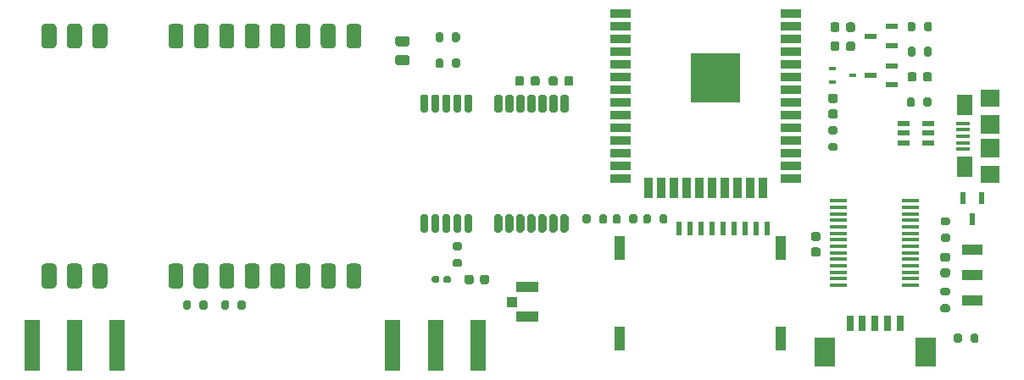
<source format=gbp>
G04 #@! TF.GenerationSoftware,KiCad,Pcbnew,(5.1.10)-1*
G04 #@! TF.CreationDate,2022-02-22T01:10:42-03:00*
G04 #@! TF.ProjectId,Alcantara_v.1.0,416c6361-6e74-4617-9261-5f762e312e30,rev?*
G04 #@! TF.SameCoordinates,Original*
G04 #@! TF.FileFunction,Paste,Bot*
G04 #@! TF.FilePolarity,Positive*
%FSLAX46Y46*%
G04 Gerber Fmt 4.6, Leading zero omitted, Abs format (unit mm)*
G04 Created by KiCad (PCBNEW (5.1.10)-1) date 2022-02-22 01:10:42*
%MOMM*%
%LPD*%
G01*
G04 APERTURE LIST*
%ADD10R,0.600000X1.250000*%
%ADD11R,1.100000X2.400000*%
%ADD12R,0.620000X1.400000*%
%ADD13R,2.000000X1.000000*%
%ADD14R,2.100000X3.000000*%
%ADD15R,0.800000X1.600000*%
%ADD16R,1.250000X0.500000*%
%ADD17R,1.750000X0.450000*%
%ADD18R,5.000000X5.000000*%
%ADD19R,2.000000X0.900000*%
%ADD20R,0.900000X2.000000*%
%ADD21R,0.700000X0.450000*%
%ADD22R,1.500000X5.080000*%
%ADD23R,1.300000X0.600000*%
%ADD24R,1.900000X1.800000*%
%ADD25R,1.900000X1.900000*%
%ADD26R,1.600000X2.100000*%
%ADD27R,1.350000X0.400000*%
%ADD28R,2.200000X1.050000*%
%ADD29R,1.050000X1.000000*%
G04 APERTURE END LIST*
D10*
X151870000Y-50702000D03*
X152820000Y-48602000D03*
X150920000Y-48602000D03*
D11*
X116620000Y-53609400D03*
X116620000Y-62609400D03*
X132770000Y-62609400D03*
X132770000Y-53609400D03*
D12*
X131390000Y-51609400D03*
X130290000Y-51609400D03*
X129190000Y-51609400D03*
X128090000Y-51609400D03*
X126990000Y-51609400D03*
X125890000Y-51609400D03*
X124790000Y-51609400D03*
X123690000Y-51609400D03*
X122590000Y-51609400D03*
G36*
G01*
X59273000Y-55138000D02*
X60023000Y-55138000D01*
G75*
G02*
X60398000Y-55513000I0J-375000D01*
G01*
X60398000Y-57263000D01*
G75*
G02*
X60023000Y-57638000I-375000J0D01*
G01*
X59273000Y-57638000D01*
G75*
G02*
X58898000Y-57263000I0J375000D01*
G01*
X58898000Y-55513000D01*
G75*
G02*
X59273000Y-55138000I375000J0D01*
G01*
G37*
G36*
G01*
X61803000Y-55138000D02*
X62553000Y-55138000D01*
G75*
G02*
X62928000Y-55513000I0J-375000D01*
G01*
X62928000Y-57263000D01*
G75*
G02*
X62553000Y-57638000I-375000J0D01*
G01*
X61803000Y-57638000D01*
G75*
G02*
X61428000Y-57263000I0J375000D01*
G01*
X61428000Y-55513000D01*
G75*
G02*
X61803000Y-55138000I375000J0D01*
G01*
G37*
G36*
G01*
X64343000Y-55138000D02*
X65093000Y-55138000D01*
G75*
G02*
X65468000Y-55513000I0J-375000D01*
G01*
X65468000Y-57263000D01*
G75*
G02*
X65093000Y-57638000I-375000J0D01*
G01*
X64343000Y-57638000D01*
G75*
G02*
X63968000Y-57263000I0J375000D01*
G01*
X63968000Y-55513000D01*
G75*
G02*
X64343000Y-55138000I375000J0D01*
G01*
G37*
G36*
G01*
X71943000Y-55138000D02*
X72693000Y-55138000D01*
G75*
G02*
X73068000Y-55513000I0J-375000D01*
G01*
X73068000Y-57263000D01*
G75*
G02*
X72693000Y-57638000I-375000J0D01*
G01*
X71943000Y-57638000D01*
G75*
G02*
X71568000Y-57263000I0J375000D01*
G01*
X71568000Y-55513000D01*
G75*
G02*
X71943000Y-55138000I375000J0D01*
G01*
G37*
G36*
G01*
X74473000Y-55138000D02*
X75223000Y-55138000D01*
G75*
G02*
X75598000Y-55513000I0J-375000D01*
G01*
X75598000Y-57263000D01*
G75*
G02*
X75223000Y-57638000I-375000J0D01*
G01*
X74473000Y-57638000D01*
G75*
G02*
X74098000Y-57263000I0J375000D01*
G01*
X74098000Y-55513000D01*
G75*
G02*
X74473000Y-55138000I375000J0D01*
G01*
G37*
G36*
G01*
X77033000Y-55138000D02*
X77783000Y-55138000D01*
G75*
G02*
X78158000Y-55513000I0J-375000D01*
G01*
X78158000Y-57263000D01*
G75*
G02*
X77783000Y-57638000I-375000J0D01*
G01*
X77033000Y-57638000D01*
G75*
G02*
X76658000Y-57263000I0J375000D01*
G01*
X76658000Y-55513000D01*
G75*
G02*
X77033000Y-55138000I375000J0D01*
G01*
G37*
G36*
G01*
X79563000Y-55138000D02*
X80313000Y-55138000D01*
G75*
G02*
X80688000Y-55513000I0J-375000D01*
G01*
X80688000Y-57263000D01*
G75*
G02*
X80313000Y-57638000I-375000J0D01*
G01*
X79563000Y-57638000D01*
G75*
G02*
X79188000Y-57263000I0J375000D01*
G01*
X79188000Y-55513000D01*
G75*
G02*
X79563000Y-55138000I375000J0D01*
G01*
G37*
G36*
G01*
X82113000Y-55138000D02*
X82863000Y-55138000D01*
G75*
G02*
X83238000Y-55513000I0J-375000D01*
G01*
X83238000Y-57263000D01*
G75*
G02*
X82863000Y-57638000I-375000J0D01*
G01*
X82113000Y-57638000D01*
G75*
G02*
X81738000Y-57263000I0J375000D01*
G01*
X81738000Y-55513000D01*
G75*
G02*
X82113000Y-55138000I375000J0D01*
G01*
G37*
G36*
G01*
X84643000Y-55138000D02*
X85393000Y-55138000D01*
G75*
G02*
X85768000Y-55513000I0J-375000D01*
G01*
X85768000Y-57263000D01*
G75*
G02*
X85393000Y-57638000I-375000J0D01*
G01*
X84643000Y-57638000D01*
G75*
G02*
X84268000Y-57263000I0J375000D01*
G01*
X84268000Y-55513000D01*
G75*
G02*
X84643000Y-55138000I375000J0D01*
G01*
G37*
G36*
G01*
X87183000Y-55138000D02*
X87933000Y-55138000D01*
G75*
G02*
X88308000Y-55513000I0J-375000D01*
G01*
X88308000Y-57263000D01*
G75*
G02*
X87933000Y-57638000I-375000J0D01*
G01*
X87183000Y-57638000D01*
G75*
G02*
X86808000Y-57263000I0J375000D01*
G01*
X86808000Y-55513000D01*
G75*
G02*
X87183000Y-55138000I375000J0D01*
G01*
G37*
G36*
G01*
X89723000Y-55138000D02*
X90473000Y-55138000D01*
G75*
G02*
X90848000Y-55513000I0J-375000D01*
G01*
X90848000Y-57263000D01*
G75*
G02*
X90473000Y-57638000I-375000J0D01*
G01*
X89723000Y-57638000D01*
G75*
G02*
X89348000Y-57263000I0J375000D01*
G01*
X89348000Y-55513000D01*
G75*
G02*
X89723000Y-55138000I375000J0D01*
G01*
G37*
G36*
G01*
X89733000Y-31138000D02*
X90483000Y-31138000D01*
G75*
G02*
X90858000Y-31513000I0J-375000D01*
G01*
X90858000Y-33263000D01*
G75*
G02*
X90483000Y-33638000I-375000J0D01*
G01*
X89733000Y-33638000D01*
G75*
G02*
X89358000Y-33263000I0J375000D01*
G01*
X89358000Y-31513000D01*
G75*
G02*
X89733000Y-31138000I375000J0D01*
G01*
G37*
G36*
G01*
X87173000Y-31138000D02*
X87923000Y-31138000D01*
G75*
G02*
X88298000Y-31513000I0J-375000D01*
G01*
X88298000Y-33263000D01*
G75*
G02*
X87923000Y-33638000I-375000J0D01*
G01*
X87173000Y-33638000D01*
G75*
G02*
X86798000Y-33263000I0J375000D01*
G01*
X86798000Y-31513000D01*
G75*
G02*
X87173000Y-31138000I375000J0D01*
G01*
G37*
G36*
G01*
X84643000Y-31138000D02*
X85393000Y-31138000D01*
G75*
G02*
X85768000Y-31513000I0J-375000D01*
G01*
X85768000Y-33263000D01*
G75*
G02*
X85393000Y-33638000I-375000J0D01*
G01*
X84643000Y-33638000D01*
G75*
G02*
X84268000Y-33263000I0J375000D01*
G01*
X84268000Y-31513000D01*
G75*
G02*
X84643000Y-31138000I375000J0D01*
G01*
G37*
G36*
G01*
X82103000Y-31138000D02*
X82853000Y-31138000D01*
G75*
G02*
X83228000Y-31513000I0J-375000D01*
G01*
X83228000Y-33263000D01*
G75*
G02*
X82853000Y-33638000I-375000J0D01*
G01*
X82103000Y-33638000D01*
G75*
G02*
X81728000Y-33263000I0J375000D01*
G01*
X81728000Y-31513000D01*
G75*
G02*
X82103000Y-31138000I375000J0D01*
G01*
G37*
G36*
G01*
X79563000Y-31138000D02*
X80313000Y-31138000D01*
G75*
G02*
X80688000Y-31513000I0J-375000D01*
G01*
X80688000Y-33263000D01*
G75*
G02*
X80313000Y-33638000I-375000J0D01*
G01*
X79563000Y-33638000D01*
G75*
G02*
X79188000Y-33263000I0J375000D01*
G01*
X79188000Y-31513000D01*
G75*
G02*
X79563000Y-31138000I375000J0D01*
G01*
G37*
G36*
G01*
X77023000Y-31138000D02*
X77773000Y-31138000D01*
G75*
G02*
X78148000Y-31513000I0J-375000D01*
G01*
X78148000Y-33263000D01*
G75*
G02*
X77773000Y-33638000I-375000J0D01*
G01*
X77023000Y-33638000D01*
G75*
G02*
X76648000Y-33263000I0J375000D01*
G01*
X76648000Y-31513000D01*
G75*
G02*
X77023000Y-31138000I375000J0D01*
G01*
G37*
G36*
G01*
X74493000Y-31138000D02*
X75243000Y-31138000D01*
G75*
G02*
X75618000Y-31513000I0J-375000D01*
G01*
X75618000Y-33263000D01*
G75*
G02*
X75243000Y-33638000I-375000J0D01*
G01*
X74493000Y-33638000D01*
G75*
G02*
X74118000Y-33263000I0J375000D01*
G01*
X74118000Y-31513000D01*
G75*
G02*
X74493000Y-31138000I375000J0D01*
G01*
G37*
G36*
G01*
X71953000Y-31138000D02*
X72703000Y-31138000D01*
G75*
G02*
X73078000Y-31513000I0J-375000D01*
G01*
X73078000Y-33263000D01*
G75*
G02*
X72703000Y-33638000I-375000J0D01*
G01*
X71953000Y-33638000D01*
G75*
G02*
X71578000Y-33263000I0J375000D01*
G01*
X71578000Y-31513000D01*
G75*
G02*
X71953000Y-31138000I375000J0D01*
G01*
G37*
G36*
G01*
X64343000Y-31138000D02*
X65093000Y-31138000D01*
G75*
G02*
X65468000Y-31513000I0J-375000D01*
G01*
X65468000Y-33263000D01*
G75*
G02*
X65093000Y-33638000I-375000J0D01*
G01*
X64343000Y-33638000D01*
G75*
G02*
X63968000Y-33263000I0J375000D01*
G01*
X63968000Y-31513000D01*
G75*
G02*
X64343000Y-31138000I375000J0D01*
G01*
G37*
G36*
G01*
X61803000Y-31138000D02*
X62553000Y-31138000D01*
G75*
G02*
X62928000Y-31513000I0J-375000D01*
G01*
X62928000Y-33263000D01*
G75*
G02*
X62553000Y-33638000I-375000J0D01*
G01*
X61803000Y-33638000D01*
G75*
G02*
X61428000Y-33263000I0J375000D01*
G01*
X61428000Y-31513000D01*
G75*
G02*
X61803000Y-31138000I375000J0D01*
G01*
G37*
G36*
G01*
X59263000Y-31138000D02*
X60013000Y-31138000D01*
G75*
G02*
X60388000Y-31513000I0J-375000D01*
G01*
X60388000Y-33263000D01*
G75*
G02*
X60013000Y-33638000I-375000J0D01*
G01*
X59263000Y-33638000D01*
G75*
G02*
X58888000Y-33263000I0J375000D01*
G01*
X58888000Y-31513000D01*
G75*
G02*
X59263000Y-31138000I375000J0D01*
G01*
G37*
D13*
X151860400Y-56261000D03*
X151860400Y-53721000D03*
X151860400Y-58801000D03*
D14*
X137103000Y-64008000D03*
X147203000Y-64008000D03*
D15*
X139653000Y-61108000D03*
X140903000Y-61108000D03*
X142153000Y-61108000D03*
X143403000Y-61108000D03*
X144653000Y-61108000D03*
D16*
X147490500Y-43050500D03*
X147490500Y-42100500D03*
X147490500Y-41150500D03*
X144990500Y-41150500D03*
X144990500Y-42100500D03*
X144990500Y-43050500D03*
D17*
X145719500Y-57311000D03*
X145719500Y-56661000D03*
X145719500Y-56011000D03*
X145719500Y-55361000D03*
X145719500Y-54711000D03*
X145719500Y-54061000D03*
X145719500Y-53411000D03*
X145719500Y-52761000D03*
X145719500Y-52111000D03*
X145719500Y-51461000D03*
X145719500Y-50811000D03*
X145719500Y-50161000D03*
X145719500Y-49511000D03*
X145719500Y-48861000D03*
X138519500Y-48861000D03*
X138519500Y-49511000D03*
X138519500Y-50161000D03*
X138519500Y-50811000D03*
X138519500Y-51461000D03*
X138519500Y-52111000D03*
X138519500Y-52761000D03*
X138519500Y-53411000D03*
X138519500Y-54061000D03*
X138519500Y-54711000D03*
X138519500Y-55361000D03*
X138519500Y-56011000D03*
X138519500Y-56661000D03*
X138519500Y-57311000D03*
D18*
X126222000Y-36599000D03*
D19*
X116722000Y-46609000D03*
X116722000Y-45339000D03*
X116722000Y-44069000D03*
X116722000Y-42799000D03*
X116722000Y-41529000D03*
X116722000Y-40259000D03*
X116722000Y-38989000D03*
X116722000Y-37719000D03*
X116722000Y-36449000D03*
X116722000Y-35179000D03*
X116722000Y-33909000D03*
X116722000Y-32639000D03*
X116722000Y-31369000D03*
X116722000Y-30099000D03*
X133722000Y-46609000D03*
X133722000Y-45339000D03*
X133722000Y-44069000D03*
X133722000Y-42799000D03*
X133722000Y-41529000D03*
X133722000Y-40259000D03*
X133722000Y-38989000D03*
X133722000Y-37719000D03*
X133722000Y-36449000D03*
X133722000Y-35179000D03*
X133722000Y-33909000D03*
X133722000Y-32639000D03*
X133722000Y-31369000D03*
D20*
X119507000Y-47609000D03*
X120777000Y-47609000D03*
X122047000Y-47609000D03*
X123317000Y-47609000D03*
X124587000Y-47609000D03*
X125857000Y-47609000D03*
X127127000Y-47609000D03*
X128397000Y-47609000D03*
X129667000Y-47609000D03*
X130937000Y-47609000D03*
D19*
X133722000Y-30099000D03*
G36*
G01*
X148893000Y-57563300D02*
X149443000Y-57563300D01*
G75*
G02*
X149643000Y-57763300I0J-200000D01*
G01*
X149643000Y-58163300D01*
G75*
G02*
X149443000Y-58363300I-200000J0D01*
G01*
X148893000Y-58363300D01*
G75*
G02*
X148693000Y-58163300I0J200000D01*
G01*
X148693000Y-57763300D01*
G75*
G02*
X148893000Y-57563300I200000J0D01*
G01*
G37*
G36*
G01*
X148893000Y-59213300D02*
X149443000Y-59213300D01*
G75*
G02*
X149643000Y-59413300I0J-200000D01*
G01*
X149643000Y-59813300D01*
G75*
G02*
X149443000Y-60013300I-200000J0D01*
G01*
X148893000Y-60013300D01*
G75*
G02*
X148693000Y-59813300I0J200000D01*
G01*
X148693000Y-59413300D01*
G75*
G02*
X148893000Y-59213300I200000J0D01*
G01*
G37*
D21*
X139938000Y-36322000D03*
X137938000Y-35672000D03*
X137938000Y-36972000D03*
G36*
G01*
X150038000Y-62886000D02*
X150038000Y-62336000D01*
G75*
G02*
X150238000Y-62136000I200000J0D01*
G01*
X150638000Y-62136000D01*
G75*
G02*
X150838000Y-62336000I0J-200000D01*
G01*
X150838000Y-62886000D01*
G75*
G02*
X150638000Y-63086000I-200000J0D01*
G01*
X150238000Y-63086000D01*
G75*
G02*
X150038000Y-62886000I0J200000D01*
G01*
G37*
G36*
G01*
X151688000Y-62886000D02*
X151688000Y-62336000D01*
G75*
G02*
X151888000Y-62136000I200000J0D01*
G01*
X152288000Y-62136000D01*
G75*
G02*
X152488000Y-62336000I0J-200000D01*
G01*
X152488000Y-62886000D01*
G75*
G02*
X152288000Y-63086000I-200000J0D01*
G01*
X151888000Y-63086000D01*
G75*
G02*
X151688000Y-62886000I0J200000D01*
G01*
G37*
G36*
G01*
X116764500Y-50410700D02*
X116764500Y-50960700D01*
G75*
G02*
X116564500Y-51160700I-200000J0D01*
G01*
X116164500Y-51160700D01*
G75*
G02*
X115964500Y-50960700I0J200000D01*
G01*
X115964500Y-50410700D01*
G75*
G02*
X116164500Y-50210700I200000J0D01*
G01*
X116564500Y-50210700D01*
G75*
G02*
X116764500Y-50410700I0J-200000D01*
G01*
G37*
G36*
G01*
X118414500Y-50410700D02*
X118414500Y-50960700D01*
G75*
G02*
X118214500Y-51160700I-200000J0D01*
G01*
X117814500Y-51160700D01*
G75*
G02*
X117614500Y-50960700I0J200000D01*
G01*
X117614500Y-50410700D01*
G75*
G02*
X117814500Y-50210700I200000J0D01*
G01*
X118214500Y-50210700D01*
G75*
G02*
X118414500Y-50410700I0J-200000D01*
G01*
G37*
G36*
G01*
X98250000Y-32775000D02*
X98250000Y-32225000D01*
G75*
G02*
X98450000Y-32025000I200000J0D01*
G01*
X98850000Y-32025000D01*
G75*
G02*
X99050000Y-32225000I0J-200000D01*
G01*
X99050000Y-32775000D01*
G75*
G02*
X98850000Y-32975000I-200000J0D01*
G01*
X98450000Y-32975000D01*
G75*
G02*
X98250000Y-32775000I0J200000D01*
G01*
G37*
G36*
G01*
X99900000Y-32775000D02*
X99900000Y-32225000D01*
G75*
G02*
X100100000Y-32025000I200000J0D01*
G01*
X100500000Y-32025000D01*
G75*
G02*
X100700000Y-32225000I0J-200000D01*
G01*
X100700000Y-32775000D01*
G75*
G02*
X100500000Y-32975000I-200000J0D01*
G01*
X100100000Y-32975000D01*
G75*
G02*
X99900000Y-32775000I0J200000D01*
G01*
G37*
G36*
G01*
X99900000Y-35375000D02*
X99900000Y-34825000D01*
G75*
G02*
X100100000Y-34625000I200000J0D01*
G01*
X100500000Y-34625000D01*
G75*
G02*
X100700000Y-34825000I0J-200000D01*
G01*
X100700000Y-35375000D01*
G75*
G02*
X100500000Y-35575000I-200000J0D01*
G01*
X100100000Y-35575000D01*
G75*
G02*
X99900000Y-35375000I0J200000D01*
G01*
G37*
G36*
G01*
X98250000Y-35375000D02*
X98250000Y-34825000D01*
G75*
G02*
X98450000Y-34625000I200000J0D01*
G01*
X98850000Y-34625000D01*
G75*
G02*
X99050000Y-34825000I0J-200000D01*
G01*
X99050000Y-35375000D01*
G75*
G02*
X98850000Y-35575000I-200000J0D01*
G01*
X98450000Y-35575000D01*
G75*
G02*
X98250000Y-35375000I0J200000D01*
G01*
G37*
G36*
G01*
X115398500Y-50410700D02*
X115398500Y-50960700D01*
G75*
G02*
X115198500Y-51160700I-200000J0D01*
G01*
X114798500Y-51160700D01*
G75*
G02*
X114598500Y-50960700I0J200000D01*
G01*
X114598500Y-50410700D01*
G75*
G02*
X114798500Y-50210700I200000J0D01*
G01*
X115198500Y-50210700D01*
G75*
G02*
X115398500Y-50410700I0J-200000D01*
G01*
G37*
G36*
G01*
X113748500Y-50410700D02*
X113748500Y-50960700D01*
G75*
G02*
X113548500Y-51160700I-200000J0D01*
G01*
X113148500Y-51160700D01*
G75*
G02*
X112948500Y-50960700I0J200000D01*
G01*
X112948500Y-50410700D01*
G75*
G02*
X113148500Y-50210700I200000J0D01*
G01*
X113548500Y-50210700D01*
G75*
G02*
X113748500Y-50410700I0J-200000D01*
G01*
G37*
D22*
X98235640Y-63347600D03*
X93985640Y-63347600D03*
X102485640Y-63347600D03*
X62193240Y-63342520D03*
X57943240Y-63342520D03*
X66443240Y-63342520D03*
G36*
G01*
X98645080Y-56578520D02*
X98645080Y-56898520D01*
G75*
G02*
X98485080Y-57058520I-160000J0D01*
G01*
X98040080Y-57058520D01*
G75*
G02*
X97880080Y-56898520I0J160000D01*
G01*
X97880080Y-56578520D01*
G75*
G02*
X98040080Y-56418520I160000J0D01*
G01*
X98485080Y-56418520D01*
G75*
G02*
X98645080Y-56578520I0J-160000D01*
G01*
G37*
G36*
G01*
X99790080Y-56578520D02*
X99790080Y-56898520D01*
G75*
G02*
X99630080Y-57058520I-160000J0D01*
G01*
X99185080Y-57058520D01*
G75*
G02*
X99025080Y-56898520I0J160000D01*
G01*
X99025080Y-56578520D01*
G75*
G02*
X99185080Y-56418520I160000J0D01*
G01*
X99630080Y-56418520D01*
G75*
G02*
X99790080Y-56578520I0J-160000D01*
G01*
G37*
D23*
X143798000Y-31435000D03*
X143798000Y-33335000D03*
X141698000Y-32385000D03*
X143798000Y-35372000D03*
X143798000Y-37272000D03*
X141698000Y-36322000D03*
D24*
X153650000Y-38600000D03*
X153650000Y-46200000D03*
D25*
X153650000Y-41200000D03*
X153650000Y-43600000D03*
D26*
X151100000Y-39300000D03*
X151100000Y-45500000D03*
D27*
X150975000Y-41100000D03*
X150975000Y-43050000D03*
X150975000Y-43700000D03*
X150975000Y-41750000D03*
X150975000Y-42400000D03*
G36*
G01*
X111328200Y-40030200D02*
X110928200Y-40030200D01*
G75*
G02*
X110728200Y-39830200I0J200000D01*
G01*
X110728200Y-38430200D01*
G75*
G02*
X110928200Y-38230200I200000J0D01*
G01*
X111328200Y-38230200D01*
G75*
G02*
X111528200Y-38430200I0J-200000D01*
G01*
X111528200Y-39830200D01*
G75*
G02*
X111328200Y-40030200I-200000J0D01*
G01*
G37*
G36*
G01*
X110228200Y-40030200D02*
X109828200Y-40030200D01*
G75*
G02*
X109628200Y-39830200I0J200000D01*
G01*
X109628200Y-38430200D01*
G75*
G02*
X109828200Y-38230200I200000J0D01*
G01*
X110228200Y-38230200D01*
G75*
G02*
X110428200Y-38430200I0J-200000D01*
G01*
X110428200Y-39830200D01*
G75*
G02*
X110228200Y-40030200I-200000J0D01*
G01*
G37*
G36*
G01*
X109128200Y-40030200D02*
X108728200Y-40030200D01*
G75*
G02*
X108528200Y-39830200I0J200000D01*
G01*
X108528200Y-38430200D01*
G75*
G02*
X108728200Y-38230200I200000J0D01*
G01*
X109128200Y-38230200D01*
G75*
G02*
X109328200Y-38430200I0J-200000D01*
G01*
X109328200Y-39830200D01*
G75*
G02*
X109128200Y-40030200I-200000J0D01*
G01*
G37*
G36*
G01*
X108028200Y-40030200D02*
X107628200Y-40030200D01*
G75*
G02*
X107428200Y-39830200I0J200000D01*
G01*
X107428200Y-38430200D01*
G75*
G02*
X107628200Y-38230200I200000J0D01*
G01*
X108028200Y-38230200D01*
G75*
G02*
X108228200Y-38430200I0J-200000D01*
G01*
X108228200Y-39830200D01*
G75*
G02*
X108028200Y-40030200I-200000J0D01*
G01*
G37*
G36*
G01*
X106928200Y-40030200D02*
X106528200Y-40030200D01*
G75*
G02*
X106328200Y-39830200I0J200000D01*
G01*
X106328200Y-38430200D01*
G75*
G02*
X106528200Y-38230200I200000J0D01*
G01*
X106928200Y-38230200D01*
G75*
G02*
X107128200Y-38430200I0J-200000D01*
G01*
X107128200Y-39830200D01*
G75*
G02*
X106928200Y-40030200I-200000J0D01*
G01*
G37*
G36*
G01*
X105828200Y-40030200D02*
X105428200Y-40030200D01*
G75*
G02*
X105228200Y-39830200I0J200000D01*
G01*
X105228200Y-38430200D01*
G75*
G02*
X105428200Y-38230200I200000J0D01*
G01*
X105828200Y-38230200D01*
G75*
G02*
X106028200Y-38430200I0J-200000D01*
G01*
X106028200Y-39830200D01*
G75*
G02*
X105828200Y-40030200I-200000J0D01*
G01*
G37*
G36*
G01*
X104728200Y-40030200D02*
X104328200Y-40030200D01*
G75*
G02*
X104128200Y-39830200I0J200000D01*
G01*
X104128200Y-38430200D01*
G75*
G02*
X104328200Y-38230200I200000J0D01*
G01*
X104728200Y-38230200D01*
G75*
G02*
X104928200Y-38430200I0J-200000D01*
G01*
X104928200Y-39830200D01*
G75*
G02*
X104728200Y-40030200I-200000J0D01*
G01*
G37*
G36*
G01*
X101728200Y-40030200D02*
X101328200Y-40030200D01*
G75*
G02*
X101128200Y-39830200I0J200000D01*
G01*
X101128200Y-38430200D01*
G75*
G02*
X101328200Y-38230200I200000J0D01*
G01*
X101728200Y-38230200D01*
G75*
G02*
X101928200Y-38430200I0J-200000D01*
G01*
X101928200Y-39830200D01*
G75*
G02*
X101728200Y-40030200I-200000J0D01*
G01*
G37*
G36*
G01*
X100628200Y-40030200D02*
X100228200Y-40030200D01*
G75*
G02*
X100028200Y-39830200I0J200000D01*
G01*
X100028200Y-38430200D01*
G75*
G02*
X100228200Y-38230200I200000J0D01*
G01*
X100628200Y-38230200D01*
G75*
G02*
X100828200Y-38430200I0J-200000D01*
G01*
X100828200Y-39830200D01*
G75*
G02*
X100628200Y-40030200I-200000J0D01*
G01*
G37*
G36*
G01*
X99528200Y-40030200D02*
X99128200Y-40030200D01*
G75*
G02*
X98928200Y-39830200I0J200000D01*
G01*
X98928200Y-38430200D01*
G75*
G02*
X99128200Y-38230200I200000J0D01*
G01*
X99528200Y-38230200D01*
G75*
G02*
X99728200Y-38430200I0J-200000D01*
G01*
X99728200Y-39830200D01*
G75*
G02*
X99528200Y-40030200I-200000J0D01*
G01*
G37*
G36*
G01*
X98428200Y-40030200D02*
X98028200Y-40030200D01*
G75*
G02*
X97828200Y-39830200I0J200000D01*
G01*
X97828200Y-38430200D01*
G75*
G02*
X98028200Y-38230200I200000J0D01*
G01*
X98428200Y-38230200D01*
G75*
G02*
X98628200Y-38430200I0J-200000D01*
G01*
X98628200Y-39830200D01*
G75*
G02*
X98428200Y-40030200I-200000J0D01*
G01*
G37*
G36*
G01*
X97328200Y-40030200D02*
X96928200Y-40030200D01*
G75*
G02*
X96728200Y-39830200I0J200000D01*
G01*
X96728200Y-38430200D01*
G75*
G02*
X96928200Y-38230200I200000J0D01*
G01*
X97328200Y-38230200D01*
G75*
G02*
X97528200Y-38430200I0J-200000D01*
G01*
X97528200Y-39830200D01*
G75*
G02*
X97328200Y-40030200I-200000J0D01*
G01*
G37*
G36*
G01*
X97328200Y-52030200D02*
X96928200Y-52030200D01*
G75*
G02*
X96728200Y-51830200I0J200000D01*
G01*
X96728200Y-50430200D01*
G75*
G02*
X96928200Y-50230200I200000J0D01*
G01*
X97328200Y-50230200D01*
G75*
G02*
X97528200Y-50430200I0J-200000D01*
G01*
X97528200Y-51830200D01*
G75*
G02*
X97328200Y-52030200I-200000J0D01*
G01*
G37*
G36*
G01*
X98428200Y-52030200D02*
X98028200Y-52030200D01*
G75*
G02*
X97828200Y-51830200I0J200000D01*
G01*
X97828200Y-50430200D01*
G75*
G02*
X98028200Y-50230200I200000J0D01*
G01*
X98428200Y-50230200D01*
G75*
G02*
X98628200Y-50430200I0J-200000D01*
G01*
X98628200Y-51830200D01*
G75*
G02*
X98428200Y-52030200I-200000J0D01*
G01*
G37*
G36*
G01*
X99528200Y-52030200D02*
X99128200Y-52030200D01*
G75*
G02*
X98928200Y-51830200I0J200000D01*
G01*
X98928200Y-50430200D01*
G75*
G02*
X99128200Y-50230200I200000J0D01*
G01*
X99528200Y-50230200D01*
G75*
G02*
X99728200Y-50430200I0J-200000D01*
G01*
X99728200Y-51830200D01*
G75*
G02*
X99528200Y-52030200I-200000J0D01*
G01*
G37*
G36*
G01*
X100628200Y-52030200D02*
X100228200Y-52030200D01*
G75*
G02*
X100028200Y-51830200I0J200000D01*
G01*
X100028200Y-50430200D01*
G75*
G02*
X100228200Y-50230200I200000J0D01*
G01*
X100628200Y-50230200D01*
G75*
G02*
X100828200Y-50430200I0J-200000D01*
G01*
X100828200Y-51830200D01*
G75*
G02*
X100628200Y-52030200I-200000J0D01*
G01*
G37*
G36*
G01*
X101728200Y-52030200D02*
X101328200Y-52030200D01*
G75*
G02*
X101128200Y-51830200I0J200000D01*
G01*
X101128200Y-50430200D01*
G75*
G02*
X101328200Y-50230200I200000J0D01*
G01*
X101728200Y-50230200D01*
G75*
G02*
X101928200Y-50430200I0J-200000D01*
G01*
X101928200Y-51830200D01*
G75*
G02*
X101728200Y-52030200I-200000J0D01*
G01*
G37*
G36*
G01*
X104728200Y-52030200D02*
X104328200Y-52030200D01*
G75*
G02*
X104128200Y-51830200I0J200000D01*
G01*
X104128200Y-50430200D01*
G75*
G02*
X104328200Y-50230200I200000J0D01*
G01*
X104728200Y-50230200D01*
G75*
G02*
X104928200Y-50430200I0J-200000D01*
G01*
X104928200Y-51830200D01*
G75*
G02*
X104728200Y-52030200I-200000J0D01*
G01*
G37*
G36*
G01*
X105828200Y-52030200D02*
X105428200Y-52030200D01*
G75*
G02*
X105228200Y-51830200I0J200000D01*
G01*
X105228200Y-50430200D01*
G75*
G02*
X105428200Y-50230200I200000J0D01*
G01*
X105828200Y-50230200D01*
G75*
G02*
X106028200Y-50430200I0J-200000D01*
G01*
X106028200Y-51830200D01*
G75*
G02*
X105828200Y-52030200I-200000J0D01*
G01*
G37*
G36*
G01*
X106928200Y-52030200D02*
X106528200Y-52030200D01*
G75*
G02*
X106328200Y-51830200I0J200000D01*
G01*
X106328200Y-50430200D01*
G75*
G02*
X106528200Y-50230200I200000J0D01*
G01*
X106928200Y-50230200D01*
G75*
G02*
X107128200Y-50430200I0J-200000D01*
G01*
X107128200Y-51830200D01*
G75*
G02*
X106928200Y-52030200I-200000J0D01*
G01*
G37*
G36*
G01*
X108028200Y-52030200D02*
X107628200Y-52030200D01*
G75*
G02*
X107428200Y-51830200I0J200000D01*
G01*
X107428200Y-50430200D01*
G75*
G02*
X107628200Y-50230200I200000J0D01*
G01*
X108028200Y-50230200D01*
G75*
G02*
X108228200Y-50430200I0J-200000D01*
G01*
X108228200Y-51830200D01*
G75*
G02*
X108028200Y-52030200I-200000J0D01*
G01*
G37*
G36*
G01*
X109128200Y-52030200D02*
X108728200Y-52030200D01*
G75*
G02*
X108528200Y-51830200I0J200000D01*
G01*
X108528200Y-50430200D01*
G75*
G02*
X108728200Y-50230200I200000J0D01*
G01*
X109128200Y-50230200D01*
G75*
G02*
X109328200Y-50430200I0J-200000D01*
G01*
X109328200Y-51830200D01*
G75*
G02*
X109128200Y-52030200I-200000J0D01*
G01*
G37*
G36*
G01*
X110228200Y-52030200D02*
X109828200Y-52030200D01*
G75*
G02*
X109628200Y-51830200I0J200000D01*
G01*
X109628200Y-50430200D01*
G75*
G02*
X109828200Y-50230200I200000J0D01*
G01*
X110228200Y-50230200D01*
G75*
G02*
X110428200Y-50430200I0J-200000D01*
G01*
X110428200Y-51830200D01*
G75*
G02*
X110228200Y-52030200I-200000J0D01*
G01*
G37*
G36*
G01*
X111328200Y-52030200D02*
X110928200Y-52030200D01*
G75*
G02*
X110728200Y-51830200I0J200000D01*
G01*
X110728200Y-50430200D01*
G75*
G02*
X110928200Y-50230200I200000J0D01*
G01*
X111328200Y-50230200D01*
G75*
G02*
X111528200Y-50430200I0J-200000D01*
G01*
X111528200Y-51830200D01*
G75*
G02*
X111328200Y-52030200I-200000J0D01*
G01*
G37*
G36*
G01*
X94475000Y-34300000D02*
X95425000Y-34300000D01*
G75*
G02*
X95675000Y-34550000I0J-250000D01*
G01*
X95675000Y-35050000D01*
G75*
G02*
X95425000Y-35300000I-250000J0D01*
G01*
X94475000Y-35300000D01*
G75*
G02*
X94225000Y-35050000I0J250000D01*
G01*
X94225000Y-34550000D01*
G75*
G02*
X94475000Y-34300000I250000J0D01*
G01*
G37*
G36*
G01*
X94475000Y-32400000D02*
X95425000Y-32400000D01*
G75*
G02*
X95675000Y-32650000I0J-250000D01*
G01*
X95675000Y-33150000D01*
G75*
G02*
X95425000Y-33400000I-250000J0D01*
G01*
X94475000Y-33400000D01*
G75*
G02*
X94225000Y-33150000I0J250000D01*
G01*
X94225000Y-32650000D01*
G75*
G02*
X94475000Y-32400000I250000J0D01*
G01*
G37*
G36*
G01*
X119780500Y-50410700D02*
X119780500Y-50960700D01*
G75*
G02*
X119580500Y-51160700I-200000J0D01*
G01*
X119180500Y-51160700D01*
G75*
G02*
X118980500Y-50960700I0J200000D01*
G01*
X118980500Y-50410700D01*
G75*
G02*
X119180500Y-50210700I200000J0D01*
G01*
X119580500Y-50210700D01*
G75*
G02*
X119780500Y-50410700I0J-200000D01*
G01*
G37*
G36*
G01*
X121430500Y-50410700D02*
X121430500Y-50960700D01*
G75*
G02*
X121230500Y-51160700I-200000J0D01*
G01*
X120830500Y-51160700D01*
G75*
G02*
X120630500Y-50960700I0J200000D01*
G01*
X120630500Y-50410700D01*
G75*
G02*
X120830500Y-50210700I200000J0D01*
G01*
X121230500Y-50210700D01*
G75*
G02*
X121430500Y-50410700I0J-200000D01*
G01*
G37*
G36*
G01*
X74693400Y-59558600D02*
X74693400Y-59008600D01*
G75*
G02*
X74893400Y-58808600I200000J0D01*
G01*
X75293400Y-58808600D01*
G75*
G02*
X75493400Y-59008600I0J-200000D01*
G01*
X75493400Y-59558600D01*
G75*
G02*
X75293400Y-59758600I-200000J0D01*
G01*
X74893400Y-59758600D01*
G75*
G02*
X74693400Y-59558600I0J200000D01*
G01*
G37*
G36*
G01*
X73043400Y-59558600D02*
X73043400Y-59008600D01*
G75*
G02*
X73243400Y-58808600I200000J0D01*
G01*
X73643400Y-58808600D01*
G75*
G02*
X73843400Y-59008600I0J-200000D01*
G01*
X73843400Y-59558600D01*
G75*
G02*
X73643400Y-59758600I-200000J0D01*
G01*
X73243400Y-59758600D01*
G75*
G02*
X73043400Y-59558600I0J200000D01*
G01*
G37*
G36*
G01*
X78503400Y-59558600D02*
X78503400Y-59008600D01*
G75*
G02*
X78703400Y-58808600I200000J0D01*
G01*
X79103400Y-58808600D01*
G75*
G02*
X79303400Y-59008600I0J-200000D01*
G01*
X79303400Y-59558600D01*
G75*
G02*
X79103400Y-59758600I-200000J0D01*
G01*
X78703400Y-59758600D01*
G75*
G02*
X78503400Y-59558600I0J200000D01*
G01*
G37*
G36*
G01*
X76853400Y-59558600D02*
X76853400Y-59008600D01*
G75*
G02*
X77053400Y-58808600I200000J0D01*
G01*
X77453400Y-58808600D01*
G75*
G02*
X77653400Y-59008600I0J-200000D01*
G01*
X77653400Y-59558600D01*
G75*
G02*
X77453400Y-59758600I-200000J0D01*
G01*
X77053400Y-59758600D01*
G75*
G02*
X76853400Y-59558600I0J200000D01*
G01*
G37*
D28*
X107458400Y-60453800D03*
D29*
X105933400Y-58978800D03*
D28*
X107458400Y-57503800D03*
G36*
G01*
X138200000Y-39075000D02*
X137700000Y-39075000D01*
G75*
G02*
X137475000Y-38850000I0J225000D01*
G01*
X137475000Y-38400000D01*
G75*
G02*
X137700000Y-38175000I225000J0D01*
G01*
X138200000Y-38175000D01*
G75*
G02*
X138425000Y-38400000I0J-225000D01*
G01*
X138425000Y-38850000D01*
G75*
G02*
X138200000Y-39075000I-225000J0D01*
G01*
G37*
G36*
G01*
X138200000Y-40625000D02*
X137700000Y-40625000D01*
G75*
G02*
X137475000Y-40400000I0J225000D01*
G01*
X137475000Y-39950000D01*
G75*
G02*
X137700000Y-39725000I225000J0D01*
G01*
X138200000Y-39725000D01*
G75*
G02*
X138425000Y-39950000I0J-225000D01*
G01*
X138425000Y-40400000D01*
G75*
G02*
X138200000Y-40625000I-225000J0D01*
G01*
G37*
G36*
G01*
X138225000Y-42225000D02*
X137675000Y-42225000D01*
G75*
G02*
X137475000Y-42025000I0J200000D01*
G01*
X137475000Y-41625000D01*
G75*
G02*
X137675000Y-41425000I200000J0D01*
G01*
X138225000Y-41425000D01*
G75*
G02*
X138425000Y-41625000I0J-200000D01*
G01*
X138425000Y-42025000D01*
G75*
G02*
X138225000Y-42225000I-200000J0D01*
G01*
G37*
G36*
G01*
X138225000Y-43875000D02*
X137675000Y-43875000D01*
G75*
G02*
X137475000Y-43675000I0J200000D01*
G01*
X137475000Y-43275000D01*
G75*
G02*
X137675000Y-43075000I200000J0D01*
G01*
X138225000Y-43075000D01*
G75*
G02*
X138425000Y-43275000I0J-200000D01*
G01*
X138425000Y-43675000D01*
G75*
G02*
X138225000Y-43875000I-200000J0D01*
G01*
G37*
G36*
G01*
X149450000Y-51325000D02*
X148900000Y-51325000D01*
G75*
G02*
X148700000Y-51125000I0J200000D01*
G01*
X148700000Y-50725000D01*
G75*
G02*
X148900000Y-50525000I200000J0D01*
G01*
X149450000Y-50525000D01*
G75*
G02*
X149650000Y-50725000I0J-200000D01*
G01*
X149650000Y-51125000D01*
G75*
G02*
X149450000Y-51325000I-200000J0D01*
G01*
G37*
G36*
G01*
X149450000Y-52975000D02*
X148900000Y-52975000D01*
G75*
G02*
X148700000Y-52775000I0J200000D01*
G01*
X148700000Y-52375000D01*
G75*
G02*
X148900000Y-52175000I200000J0D01*
G01*
X149450000Y-52175000D01*
G75*
G02*
X149650000Y-52375000I0J-200000D01*
G01*
X149650000Y-52775000D01*
G75*
G02*
X149450000Y-52975000I-200000J0D01*
G01*
G37*
G36*
G01*
X146133500Y-38714000D02*
X146133500Y-39264000D01*
G75*
G02*
X145933500Y-39464000I-200000J0D01*
G01*
X145533500Y-39464000D01*
G75*
G02*
X145333500Y-39264000I0J200000D01*
G01*
X145333500Y-38714000D01*
G75*
G02*
X145533500Y-38514000I200000J0D01*
G01*
X145933500Y-38514000D01*
G75*
G02*
X146133500Y-38714000I0J-200000D01*
G01*
G37*
G36*
G01*
X147783500Y-38714000D02*
X147783500Y-39264000D01*
G75*
G02*
X147583500Y-39464000I-200000J0D01*
G01*
X147183500Y-39464000D01*
G75*
G02*
X146983500Y-39264000I0J200000D01*
G01*
X146983500Y-38714000D01*
G75*
G02*
X147183500Y-38514000I200000J0D01*
G01*
X147583500Y-38514000D01*
G75*
G02*
X147783500Y-38714000I0J-200000D01*
G01*
G37*
G36*
G01*
X100705200Y-53829400D02*
X100155200Y-53829400D01*
G75*
G02*
X99955200Y-53629400I0J200000D01*
G01*
X99955200Y-53229400D01*
G75*
G02*
X100155200Y-53029400I200000J0D01*
G01*
X100705200Y-53029400D01*
G75*
G02*
X100905200Y-53229400I0J-200000D01*
G01*
X100905200Y-53629400D01*
G75*
G02*
X100705200Y-53829400I-200000J0D01*
G01*
G37*
G36*
G01*
X100705200Y-55479400D02*
X100155200Y-55479400D01*
G75*
G02*
X99955200Y-55279400I0J200000D01*
G01*
X99955200Y-54879400D01*
G75*
G02*
X100155200Y-54679400I200000J0D01*
G01*
X100705200Y-54679400D01*
G75*
G02*
X100905200Y-54879400I0J-200000D01*
G01*
X100905200Y-55279400D01*
G75*
G02*
X100705200Y-55479400I-200000J0D01*
G01*
G37*
G36*
G01*
X145396500Y-31707500D02*
X145396500Y-31157500D01*
G75*
G02*
X145596500Y-30957500I200000J0D01*
G01*
X145996500Y-30957500D01*
G75*
G02*
X146196500Y-31157500I0J-200000D01*
G01*
X146196500Y-31707500D01*
G75*
G02*
X145996500Y-31907500I-200000J0D01*
G01*
X145596500Y-31907500D01*
G75*
G02*
X145396500Y-31707500I0J200000D01*
G01*
G37*
G36*
G01*
X147046500Y-31707500D02*
X147046500Y-31157500D01*
G75*
G02*
X147246500Y-30957500I200000J0D01*
G01*
X147646500Y-30957500D01*
G75*
G02*
X147846500Y-31157500I0J-200000D01*
G01*
X147846500Y-31707500D01*
G75*
G02*
X147646500Y-31907500I-200000J0D01*
G01*
X147246500Y-31907500D01*
G75*
G02*
X147046500Y-31707500I0J200000D01*
G01*
G37*
G36*
G01*
X147846500Y-33676333D02*
X147846500Y-34226333D01*
G75*
G02*
X147646500Y-34426333I-200000J0D01*
G01*
X147246500Y-34426333D01*
G75*
G02*
X147046500Y-34226333I0J200000D01*
G01*
X147046500Y-33676333D01*
G75*
G02*
X147246500Y-33476333I200000J0D01*
G01*
X147646500Y-33476333D01*
G75*
G02*
X147846500Y-33676333I0J-200000D01*
G01*
G37*
G36*
G01*
X146196500Y-33676333D02*
X146196500Y-34226333D01*
G75*
G02*
X145996500Y-34426333I-200000J0D01*
G01*
X145596500Y-34426333D01*
G75*
G02*
X145396500Y-34226333I0J200000D01*
G01*
X145396500Y-33676333D01*
G75*
G02*
X145596500Y-33476333I200000J0D01*
G01*
X145996500Y-33476333D01*
G75*
G02*
X146196500Y-33676333I0J-200000D01*
G01*
G37*
G36*
G01*
X146296500Y-36220166D02*
X146296500Y-36720166D01*
G75*
G02*
X146071500Y-36945166I-225000J0D01*
G01*
X145621500Y-36945166D01*
G75*
G02*
X145396500Y-36720166I0J225000D01*
G01*
X145396500Y-36220166D01*
G75*
G02*
X145621500Y-35995166I225000J0D01*
G01*
X146071500Y-35995166D01*
G75*
G02*
X146296500Y-36220166I0J-225000D01*
G01*
G37*
G36*
G01*
X147846500Y-36220166D02*
X147846500Y-36720166D01*
G75*
G02*
X147621500Y-36945166I-225000J0D01*
G01*
X147171500Y-36945166D01*
G75*
G02*
X146946500Y-36720166I0J225000D01*
G01*
X146946500Y-36220166D01*
G75*
G02*
X147171500Y-35995166I225000J0D01*
G01*
X147621500Y-35995166D01*
G75*
G02*
X147846500Y-36220166I0J-225000D01*
G01*
G37*
G36*
G01*
X148918000Y-55620800D02*
X149418000Y-55620800D01*
G75*
G02*
X149643000Y-55845800I0J-225000D01*
G01*
X149643000Y-56295800D01*
G75*
G02*
X149418000Y-56520800I-225000J0D01*
G01*
X148918000Y-56520800D01*
G75*
G02*
X148693000Y-56295800I0J225000D01*
G01*
X148693000Y-55845800D01*
G75*
G02*
X148918000Y-55620800I225000J0D01*
G01*
G37*
G36*
G01*
X148918000Y-54070800D02*
X149418000Y-54070800D01*
G75*
G02*
X149643000Y-54295800I0J-225000D01*
G01*
X149643000Y-54745800D01*
G75*
G02*
X149418000Y-54970800I-225000J0D01*
G01*
X148918000Y-54970800D01*
G75*
G02*
X148693000Y-54745800I0J225000D01*
G01*
X148693000Y-54295800D01*
G75*
G02*
X148918000Y-54070800I225000J0D01*
G01*
G37*
G36*
G01*
X136489400Y-52888000D02*
X135989400Y-52888000D01*
G75*
G02*
X135764400Y-52663000I0J225000D01*
G01*
X135764400Y-52213000D01*
G75*
G02*
X135989400Y-51988000I225000J0D01*
G01*
X136489400Y-51988000D01*
G75*
G02*
X136714400Y-52213000I0J-225000D01*
G01*
X136714400Y-52663000D01*
G75*
G02*
X136489400Y-52888000I-225000J0D01*
G01*
G37*
G36*
G01*
X136489400Y-54438000D02*
X135989400Y-54438000D01*
G75*
G02*
X135764400Y-54213000I0J225000D01*
G01*
X135764400Y-53763000D01*
G75*
G02*
X135989400Y-53538000I225000J0D01*
G01*
X136489400Y-53538000D01*
G75*
G02*
X136714400Y-53763000I0J-225000D01*
G01*
X136714400Y-54213000D01*
G75*
G02*
X136489400Y-54438000I-225000J0D01*
G01*
G37*
G36*
G01*
X102711000Y-56983440D02*
X102711000Y-56483440D01*
G75*
G02*
X102936000Y-56258440I225000J0D01*
G01*
X103386000Y-56258440D01*
G75*
G02*
X103611000Y-56483440I0J-225000D01*
G01*
X103611000Y-56983440D01*
G75*
G02*
X103386000Y-57208440I-225000J0D01*
G01*
X102936000Y-57208440D01*
G75*
G02*
X102711000Y-56983440I0J225000D01*
G01*
G37*
G36*
G01*
X101161000Y-56983440D02*
X101161000Y-56483440D01*
G75*
G02*
X101386000Y-56258440I225000J0D01*
G01*
X101836000Y-56258440D01*
G75*
G02*
X102061000Y-56483440I0J-225000D01*
G01*
X102061000Y-56983440D01*
G75*
G02*
X101836000Y-57208440I-225000J0D01*
G01*
X101386000Y-57208440D01*
G75*
G02*
X101161000Y-56983440I0J225000D01*
G01*
G37*
G36*
G01*
X107102600Y-36630800D02*
X107102600Y-37130800D01*
G75*
G02*
X106877600Y-37355800I-225000J0D01*
G01*
X106427600Y-37355800D01*
G75*
G02*
X106202600Y-37130800I0J225000D01*
G01*
X106202600Y-36630800D01*
G75*
G02*
X106427600Y-36405800I225000J0D01*
G01*
X106877600Y-36405800D01*
G75*
G02*
X107102600Y-36630800I0J-225000D01*
G01*
G37*
G36*
G01*
X108652600Y-36630800D02*
X108652600Y-37130800D01*
G75*
G02*
X108427600Y-37355800I-225000J0D01*
G01*
X107977600Y-37355800D01*
G75*
G02*
X107752600Y-37130800I0J225000D01*
G01*
X107752600Y-36630800D01*
G75*
G02*
X107977600Y-36405800I225000J0D01*
G01*
X108427600Y-36405800D01*
G75*
G02*
X108652600Y-36630800I0J-225000D01*
G01*
G37*
G36*
G01*
X111118400Y-37130800D02*
X111118400Y-36630800D01*
G75*
G02*
X111343400Y-36405800I225000J0D01*
G01*
X111793400Y-36405800D01*
G75*
G02*
X112018400Y-36630800I0J-225000D01*
G01*
X112018400Y-37130800D01*
G75*
G02*
X111793400Y-37355800I-225000J0D01*
G01*
X111343400Y-37355800D01*
G75*
G02*
X111118400Y-37130800I0J225000D01*
G01*
G37*
G36*
G01*
X109568400Y-37130800D02*
X109568400Y-36630800D01*
G75*
G02*
X109793400Y-36405800I225000J0D01*
G01*
X110243400Y-36405800D01*
G75*
G02*
X110468400Y-36630800I0J-225000D01*
G01*
X110468400Y-37130800D01*
G75*
G02*
X110243400Y-37355800I-225000J0D01*
G01*
X109793400Y-37355800D01*
G75*
G02*
X109568400Y-37130800I0J225000D01*
G01*
G37*
G36*
G01*
X139263000Y-31746000D02*
X139263000Y-31246000D01*
G75*
G02*
X139488000Y-31021000I225000J0D01*
G01*
X139938000Y-31021000D01*
G75*
G02*
X140163000Y-31246000I0J-225000D01*
G01*
X140163000Y-31746000D01*
G75*
G02*
X139938000Y-31971000I-225000J0D01*
G01*
X139488000Y-31971000D01*
G75*
G02*
X139263000Y-31746000I0J225000D01*
G01*
G37*
G36*
G01*
X137713000Y-31746000D02*
X137713000Y-31246000D01*
G75*
G02*
X137938000Y-31021000I225000J0D01*
G01*
X138388000Y-31021000D01*
G75*
G02*
X138613000Y-31246000I0J-225000D01*
G01*
X138613000Y-31746000D01*
G75*
G02*
X138388000Y-31971000I-225000J0D01*
G01*
X137938000Y-31971000D01*
G75*
G02*
X137713000Y-31746000I0J225000D01*
G01*
G37*
G36*
G01*
X139263000Y-33651000D02*
X139263000Y-33151000D01*
G75*
G02*
X139488000Y-32926000I225000J0D01*
G01*
X139938000Y-32926000D01*
G75*
G02*
X140163000Y-33151000I0J-225000D01*
G01*
X140163000Y-33651000D01*
G75*
G02*
X139938000Y-33876000I-225000J0D01*
G01*
X139488000Y-33876000D01*
G75*
G02*
X139263000Y-33651000I0J225000D01*
G01*
G37*
G36*
G01*
X137713000Y-33651000D02*
X137713000Y-33151000D01*
G75*
G02*
X137938000Y-32926000I225000J0D01*
G01*
X138388000Y-32926000D01*
G75*
G02*
X138613000Y-33151000I0J-225000D01*
G01*
X138613000Y-33651000D01*
G75*
G02*
X138388000Y-33876000I-225000J0D01*
G01*
X137938000Y-33876000D01*
G75*
G02*
X137713000Y-33651000I0J225000D01*
G01*
G37*
M02*

</source>
